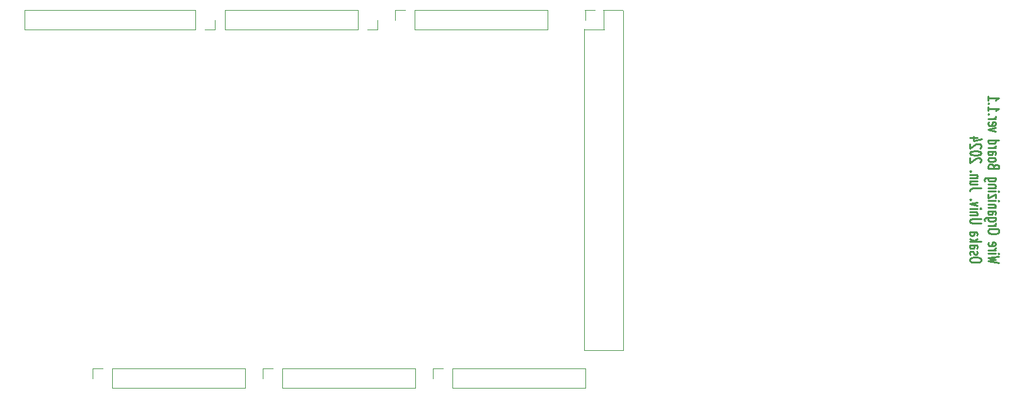
<source format=gbr>
%TF.GenerationSoftware,KiCad,Pcbnew,8.0.1*%
%TF.CreationDate,2024-06-20T14:59:11+09:00*%
%TF.ProjectId,CoolingBoxWireOrganizer,436f6f6c-696e-4674-926f-78576972654f,rev?*%
%TF.SameCoordinates,Original*%
%TF.FileFunction,Legend,Bot*%
%TF.FilePolarity,Positive*%
%FSLAX46Y46*%
G04 Gerber Fmt 4.6, Leading zero omitted, Abs format (unit mm)*
G04 Created by KiCad (PCBNEW 8.0.1) date 2024-06-20 14:59:11*
%MOMM*%
%LPD*%
G01*
G04 APERTURE LIST*
%ADD10C,0.250000*%
%ADD11C,0.120000*%
G04 APERTURE END LIST*
D10*
X261681487Y-135242669D02*
X260181487Y-135004574D01*
X260181487Y-135004574D02*
X261252916Y-134814098D01*
X261252916Y-134814098D02*
X260181487Y-134623622D01*
X260181487Y-134623622D02*
X261681487Y-134385527D01*
X260181487Y-134004574D02*
X261181487Y-134004574D01*
X261681487Y-134004574D02*
X261610058Y-134052193D01*
X261610058Y-134052193D02*
X261538630Y-134004574D01*
X261538630Y-134004574D02*
X261610058Y-133956955D01*
X261610058Y-133956955D02*
X261681487Y-134004574D01*
X261681487Y-134004574D02*
X261538630Y-134004574D01*
X260181487Y-133528384D02*
X261181487Y-133528384D01*
X260895773Y-133528384D02*
X261038630Y-133480765D01*
X261038630Y-133480765D02*
X261110058Y-133433146D01*
X261110058Y-133433146D02*
X261181487Y-133337908D01*
X261181487Y-133337908D02*
X261181487Y-133242670D01*
X260252916Y-132528384D02*
X260181487Y-132623622D01*
X260181487Y-132623622D02*
X260181487Y-132814098D01*
X260181487Y-132814098D02*
X260252916Y-132909336D01*
X260252916Y-132909336D02*
X260395773Y-132956955D01*
X260395773Y-132956955D02*
X260967201Y-132956955D01*
X260967201Y-132956955D02*
X261110058Y-132909336D01*
X261110058Y-132909336D02*
X261181487Y-132814098D01*
X261181487Y-132814098D02*
X261181487Y-132623622D01*
X261181487Y-132623622D02*
X261110058Y-132528384D01*
X261110058Y-132528384D02*
X260967201Y-132480765D01*
X260967201Y-132480765D02*
X260824344Y-132480765D01*
X260824344Y-132480765D02*
X260681487Y-132956955D01*
X261681487Y-131099812D02*
X261681487Y-130909336D01*
X261681487Y-130909336D02*
X261610058Y-130814098D01*
X261610058Y-130814098D02*
X261467201Y-130718860D01*
X261467201Y-130718860D02*
X261181487Y-130671241D01*
X261181487Y-130671241D02*
X260681487Y-130671241D01*
X260681487Y-130671241D02*
X260395773Y-130718860D01*
X260395773Y-130718860D02*
X260252916Y-130814098D01*
X260252916Y-130814098D02*
X260181487Y-130909336D01*
X260181487Y-130909336D02*
X260181487Y-131099812D01*
X260181487Y-131099812D02*
X260252916Y-131195050D01*
X260252916Y-131195050D02*
X260395773Y-131290288D01*
X260395773Y-131290288D02*
X260681487Y-131337907D01*
X260681487Y-131337907D02*
X261181487Y-131337907D01*
X261181487Y-131337907D02*
X261467201Y-131290288D01*
X261467201Y-131290288D02*
X261610058Y-131195050D01*
X261610058Y-131195050D02*
X261681487Y-131099812D01*
X260181487Y-130242669D02*
X261181487Y-130242669D01*
X260895773Y-130242669D02*
X261038630Y-130195050D01*
X261038630Y-130195050D02*
X261110058Y-130147431D01*
X261110058Y-130147431D02*
X261181487Y-130052193D01*
X261181487Y-130052193D02*
X261181487Y-129956955D01*
X261181487Y-129195050D02*
X259967201Y-129195050D01*
X259967201Y-129195050D02*
X259824344Y-129242669D01*
X259824344Y-129242669D02*
X259752916Y-129290288D01*
X259752916Y-129290288D02*
X259681487Y-129385526D01*
X259681487Y-129385526D02*
X259681487Y-129528383D01*
X259681487Y-129528383D02*
X259752916Y-129623621D01*
X260252916Y-129195050D02*
X260181487Y-129290288D01*
X260181487Y-129290288D02*
X260181487Y-129480764D01*
X260181487Y-129480764D02*
X260252916Y-129576002D01*
X260252916Y-129576002D02*
X260324344Y-129623621D01*
X260324344Y-129623621D02*
X260467201Y-129671240D01*
X260467201Y-129671240D02*
X260895773Y-129671240D01*
X260895773Y-129671240D02*
X261038630Y-129623621D01*
X261038630Y-129623621D02*
X261110058Y-129576002D01*
X261110058Y-129576002D02*
X261181487Y-129480764D01*
X261181487Y-129480764D02*
X261181487Y-129290288D01*
X261181487Y-129290288D02*
X261110058Y-129195050D01*
X260181487Y-128290288D02*
X260967201Y-128290288D01*
X260967201Y-128290288D02*
X261110058Y-128337907D01*
X261110058Y-128337907D02*
X261181487Y-128433145D01*
X261181487Y-128433145D02*
X261181487Y-128623621D01*
X261181487Y-128623621D02*
X261110058Y-128718859D01*
X260252916Y-128290288D02*
X260181487Y-128385526D01*
X260181487Y-128385526D02*
X260181487Y-128623621D01*
X260181487Y-128623621D02*
X260252916Y-128718859D01*
X260252916Y-128718859D02*
X260395773Y-128766478D01*
X260395773Y-128766478D02*
X260538630Y-128766478D01*
X260538630Y-128766478D02*
X260681487Y-128718859D01*
X260681487Y-128718859D02*
X260752916Y-128623621D01*
X260752916Y-128623621D02*
X260752916Y-128385526D01*
X260752916Y-128385526D02*
X260824344Y-128290288D01*
X261181487Y-127814097D02*
X260181487Y-127814097D01*
X261038630Y-127814097D02*
X261110058Y-127766478D01*
X261110058Y-127766478D02*
X261181487Y-127671240D01*
X261181487Y-127671240D02*
X261181487Y-127528383D01*
X261181487Y-127528383D02*
X261110058Y-127433145D01*
X261110058Y-127433145D02*
X260967201Y-127385526D01*
X260967201Y-127385526D02*
X260181487Y-127385526D01*
X260181487Y-126909335D02*
X261181487Y-126909335D01*
X261681487Y-126909335D02*
X261610058Y-126956954D01*
X261610058Y-126956954D02*
X261538630Y-126909335D01*
X261538630Y-126909335D02*
X261610058Y-126861716D01*
X261610058Y-126861716D02*
X261681487Y-126909335D01*
X261681487Y-126909335D02*
X261538630Y-126909335D01*
X261181487Y-126528383D02*
X261181487Y-126004574D01*
X261181487Y-126004574D02*
X260181487Y-126528383D01*
X260181487Y-126528383D02*
X260181487Y-126004574D01*
X260181487Y-125623621D02*
X261181487Y-125623621D01*
X261681487Y-125623621D02*
X261610058Y-125671240D01*
X261610058Y-125671240D02*
X261538630Y-125623621D01*
X261538630Y-125623621D02*
X261610058Y-125576002D01*
X261610058Y-125576002D02*
X261681487Y-125623621D01*
X261681487Y-125623621D02*
X261538630Y-125623621D01*
X261181487Y-125147431D02*
X260181487Y-125147431D01*
X261038630Y-125147431D02*
X261110058Y-125099812D01*
X261110058Y-125099812D02*
X261181487Y-125004574D01*
X261181487Y-125004574D02*
X261181487Y-124861717D01*
X261181487Y-124861717D02*
X261110058Y-124766479D01*
X261110058Y-124766479D02*
X260967201Y-124718860D01*
X260967201Y-124718860D02*
X260181487Y-124718860D01*
X261181487Y-123814098D02*
X259967201Y-123814098D01*
X259967201Y-123814098D02*
X259824344Y-123861717D01*
X259824344Y-123861717D02*
X259752916Y-123909336D01*
X259752916Y-123909336D02*
X259681487Y-124004574D01*
X259681487Y-124004574D02*
X259681487Y-124147431D01*
X259681487Y-124147431D02*
X259752916Y-124242669D01*
X260252916Y-123814098D02*
X260181487Y-123909336D01*
X260181487Y-123909336D02*
X260181487Y-124099812D01*
X260181487Y-124099812D02*
X260252916Y-124195050D01*
X260252916Y-124195050D02*
X260324344Y-124242669D01*
X260324344Y-124242669D02*
X260467201Y-124290288D01*
X260467201Y-124290288D02*
X260895773Y-124290288D01*
X260895773Y-124290288D02*
X261038630Y-124242669D01*
X261038630Y-124242669D02*
X261110058Y-124195050D01*
X261110058Y-124195050D02*
X261181487Y-124099812D01*
X261181487Y-124099812D02*
X261181487Y-123909336D01*
X261181487Y-123909336D02*
X261110058Y-123814098D01*
X260967201Y-122242669D02*
X260895773Y-122099812D01*
X260895773Y-122099812D02*
X260824344Y-122052193D01*
X260824344Y-122052193D02*
X260681487Y-122004574D01*
X260681487Y-122004574D02*
X260467201Y-122004574D01*
X260467201Y-122004574D02*
X260324344Y-122052193D01*
X260324344Y-122052193D02*
X260252916Y-122099812D01*
X260252916Y-122099812D02*
X260181487Y-122195050D01*
X260181487Y-122195050D02*
X260181487Y-122576002D01*
X260181487Y-122576002D02*
X261681487Y-122576002D01*
X261681487Y-122576002D02*
X261681487Y-122242669D01*
X261681487Y-122242669D02*
X261610058Y-122147431D01*
X261610058Y-122147431D02*
X261538630Y-122099812D01*
X261538630Y-122099812D02*
X261395773Y-122052193D01*
X261395773Y-122052193D02*
X261252916Y-122052193D01*
X261252916Y-122052193D02*
X261110058Y-122099812D01*
X261110058Y-122099812D02*
X261038630Y-122147431D01*
X261038630Y-122147431D02*
X260967201Y-122242669D01*
X260967201Y-122242669D02*
X260967201Y-122576002D01*
X260181487Y-121433145D02*
X260252916Y-121528383D01*
X260252916Y-121528383D02*
X260324344Y-121576002D01*
X260324344Y-121576002D02*
X260467201Y-121623621D01*
X260467201Y-121623621D02*
X260895773Y-121623621D01*
X260895773Y-121623621D02*
X261038630Y-121576002D01*
X261038630Y-121576002D02*
X261110058Y-121528383D01*
X261110058Y-121528383D02*
X261181487Y-121433145D01*
X261181487Y-121433145D02*
X261181487Y-121290288D01*
X261181487Y-121290288D02*
X261110058Y-121195050D01*
X261110058Y-121195050D02*
X261038630Y-121147431D01*
X261038630Y-121147431D02*
X260895773Y-121099812D01*
X260895773Y-121099812D02*
X260467201Y-121099812D01*
X260467201Y-121099812D02*
X260324344Y-121147431D01*
X260324344Y-121147431D02*
X260252916Y-121195050D01*
X260252916Y-121195050D02*
X260181487Y-121290288D01*
X260181487Y-121290288D02*
X260181487Y-121433145D01*
X260181487Y-120242669D02*
X260967201Y-120242669D01*
X260967201Y-120242669D02*
X261110058Y-120290288D01*
X261110058Y-120290288D02*
X261181487Y-120385526D01*
X261181487Y-120385526D02*
X261181487Y-120576002D01*
X261181487Y-120576002D02*
X261110058Y-120671240D01*
X260252916Y-120242669D02*
X260181487Y-120337907D01*
X260181487Y-120337907D02*
X260181487Y-120576002D01*
X260181487Y-120576002D02*
X260252916Y-120671240D01*
X260252916Y-120671240D02*
X260395773Y-120718859D01*
X260395773Y-120718859D02*
X260538630Y-120718859D01*
X260538630Y-120718859D02*
X260681487Y-120671240D01*
X260681487Y-120671240D02*
X260752916Y-120576002D01*
X260752916Y-120576002D02*
X260752916Y-120337907D01*
X260752916Y-120337907D02*
X260824344Y-120242669D01*
X260181487Y-119766478D02*
X261181487Y-119766478D01*
X260895773Y-119766478D02*
X261038630Y-119718859D01*
X261038630Y-119718859D02*
X261110058Y-119671240D01*
X261110058Y-119671240D02*
X261181487Y-119576002D01*
X261181487Y-119576002D02*
X261181487Y-119480764D01*
X260181487Y-118718859D02*
X261681487Y-118718859D01*
X260252916Y-118718859D02*
X260181487Y-118814097D01*
X260181487Y-118814097D02*
X260181487Y-119004573D01*
X260181487Y-119004573D02*
X260252916Y-119099811D01*
X260252916Y-119099811D02*
X260324344Y-119147430D01*
X260324344Y-119147430D02*
X260467201Y-119195049D01*
X260467201Y-119195049D02*
X260895773Y-119195049D01*
X260895773Y-119195049D02*
X261038630Y-119147430D01*
X261038630Y-119147430D02*
X261110058Y-119099811D01*
X261110058Y-119099811D02*
X261181487Y-119004573D01*
X261181487Y-119004573D02*
X261181487Y-118814097D01*
X261181487Y-118814097D02*
X261110058Y-118718859D01*
X261181487Y-117576001D02*
X260181487Y-117337906D01*
X260181487Y-117337906D02*
X261181487Y-117099811D01*
X260252916Y-116337906D02*
X260181487Y-116433144D01*
X260181487Y-116433144D02*
X260181487Y-116623620D01*
X260181487Y-116623620D02*
X260252916Y-116718858D01*
X260252916Y-116718858D02*
X260395773Y-116766477D01*
X260395773Y-116766477D02*
X260967201Y-116766477D01*
X260967201Y-116766477D02*
X261110058Y-116718858D01*
X261110058Y-116718858D02*
X261181487Y-116623620D01*
X261181487Y-116623620D02*
X261181487Y-116433144D01*
X261181487Y-116433144D02*
X261110058Y-116337906D01*
X261110058Y-116337906D02*
X260967201Y-116290287D01*
X260967201Y-116290287D02*
X260824344Y-116290287D01*
X260824344Y-116290287D02*
X260681487Y-116766477D01*
X260181487Y-115861715D02*
X261181487Y-115861715D01*
X260895773Y-115861715D02*
X261038630Y-115814096D01*
X261038630Y-115814096D02*
X261110058Y-115766477D01*
X261110058Y-115766477D02*
X261181487Y-115671239D01*
X261181487Y-115671239D02*
X261181487Y-115576001D01*
X260324344Y-115242667D02*
X260252916Y-115195048D01*
X260252916Y-115195048D02*
X260181487Y-115242667D01*
X260181487Y-115242667D02*
X260252916Y-115290286D01*
X260252916Y-115290286D02*
X260324344Y-115242667D01*
X260324344Y-115242667D02*
X260181487Y-115242667D01*
X260181487Y-114242668D02*
X260181487Y-114814096D01*
X260181487Y-114528382D02*
X261681487Y-114528382D01*
X261681487Y-114528382D02*
X261467201Y-114623620D01*
X261467201Y-114623620D02*
X261324344Y-114718858D01*
X261324344Y-114718858D02*
X261252916Y-114814096D01*
X260324344Y-113814096D02*
X260252916Y-113766477D01*
X260252916Y-113766477D02*
X260181487Y-113814096D01*
X260181487Y-113814096D02*
X260252916Y-113861715D01*
X260252916Y-113861715D02*
X260324344Y-113814096D01*
X260324344Y-113814096D02*
X260181487Y-113814096D01*
X260181487Y-112814097D02*
X260181487Y-113385525D01*
X260181487Y-113099811D02*
X261681487Y-113099811D01*
X261681487Y-113099811D02*
X261467201Y-113195049D01*
X261467201Y-113195049D02*
X261324344Y-113290287D01*
X261324344Y-113290287D02*
X261252916Y-113385525D01*
X259266571Y-134956955D02*
X259266571Y-134766479D01*
X259266571Y-134766479D02*
X259195142Y-134671241D01*
X259195142Y-134671241D02*
X259052285Y-134576003D01*
X259052285Y-134576003D02*
X258766571Y-134528384D01*
X258766571Y-134528384D02*
X258266571Y-134528384D01*
X258266571Y-134528384D02*
X257980857Y-134576003D01*
X257980857Y-134576003D02*
X257838000Y-134671241D01*
X257838000Y-134671241D02*
X257766571Y-134766479D01*
X257766571Y-134766479D02*
X257766571Y-134956955D01*
X257766571Y-134956955D02*
X257838000Y-135052193D01*
X257838000Y-135052193D02*
X257980857Y-135147431D01*
X257980857Y-135147431D02*
X258266571Y-135195050D01*
X258266571Y-135195050D02*
X258766571Y-135195050D01*
X258766571Y-135195050D02*
X259052285Y-135147431D01*
X259052285Y-135147431D02*
X259195142Y-135052193D01*
X259195142Y-135052193D02*
X259266571Y-134956955D01*
X257838000Y-134147431D02*
X257766571Y-134052193D01*
X257766571Y-134052193D02*
X257766571Y-133861717D01*
X257766571Y-133861717D02*
X257838000Y-133766479D01*
X257838000Y-133766479D02*
X257980857Y-133718860D01*
X257980857Y-133718860D02*
X258052285Y-133718860D01*
X258052285Y-133718860D02*
X258195142Y-133766479D01*
X258195142Y-133766479D02*
X258266571Y-133861717D01*
X258266571Y-133861717D02*
X258266571Y-134004574D01*
X258266571Y-134004574D02*
X258338000Y-134099812D01*
X258338000Y-134099812D02*
X258480857Y-134147431D01*
X258480857Y-134147431D02*
X258552285Y-134147431D01*
X258552285Y-134147431D02*
X258695142Y-134099812D01*
X258695142Y-134099812D02*
X258766571Y-134004574D01*
X258766571Y-134004574D02*
X258766571Y-133861717D01*
X258766571Y-133861717D02*
X258695142Y-133766479D01*
X257766571Y-132861717D02*
X258552285Y-132861717D01*
X258552285Y-132861717D02*
X258695142Y-132909336D01*
X258695142Y-132909336D02*
X258766571Y-133004574D01*
X258766571Y-133004574D02*
X258766571Y-133195050D01*
X258766571Y-133195050D02*
X258695142Y-133290288D01*
X257838000Y-132861717D02*
X257766571Y-132956955D01*
X257766571Y-132956955D02*
X257766571Y-133195050D01*
X257766571Y-133195050D02*
X257838000Y-133290288D01*
X257838000Y-133290288D02*
X257980857Y-133337907D01*
X257980857Y-133337907D02*
X258123714Y-133337907D01*
X258123714Y-133337907D02*
X258266571Y-133290288D01*
X258266571Y-133290288D02*
X258338000Y-133195050D01*
X258338000Y-133195050D02*
X258338000Y-132956955D01*
X258338000Y-132956955D02*
X258409428Y-132861717D01*
X257766571Y-132385526D02*
X259266571Y-132385526D01*
X258338000Y-132290288D02*
X257766571Y-132004574D01*
X258766571Y-132004574D02*
X258195142Y-132385526D01*
X257766571Y-131147431D02*
X258552285Y-131147431D01*
X258552285Y-131147431D02*
X258695142Y-131195050D01*
X258695142Y-131195050D02*
X258766571Y-131290288D01*
X258766571Y-131290288D02*
X258766571Y-131480764D01*
X258766571Y-131480764D02*
X258695142Y-131576002D01*
X257838000Y-131147431D02*
X257766571Y-131242669D01*
X257766571Y-131242669D02*
X257766571Y-131480764D01*
X257766571Y-131480764D02*
X257838000Y-131576002D01*
X257838000Y-131576002D02*
X257980857Y-131623621D01*
X257980857Y-131623621D02*
X258123714Y-131623621D01*
X258123714Y-131623621D02*
X258266571Y-131576002D01*
X258266571Y-131576002D02*
X258338000Y-131480764D01*
X258338000Y-131480764D02*
X258338000Y-131242669D01*
X258338000Y-131242669D02*
X258409428Y-131147431D01*
X259266571Y-129909335D02*
X258052285Y-129909335D01*
X258052285Y-129909335D02*
X257909428Y-129861716D01*
X257909428Y-129861716D02*
X257838000Y-129814097D01*
X257838000Y-129814097D02*
X257766571Y-129718859D01*
X257766571Y-129718859D02*
X257766571Y-129528383D01*
X257766571Y-129528383D02*
X257838000Y-129433145D01*
X257838000Y-129433145D02*
X257909428Y-129385526D01*
X257909428Y-129385526D02*
X258052285Y-129337907D01*
X258052285Y-129337907D02*
X259266571Y-129337907D01*
X258766571Y-128861716D02*
X257766571Y-128861716D01*
X258623714Y-128861716D02*
X258695142Y-128814097D01*
X258695142Y-128814097D02*
X258766571Y-128718859D01*
X258766571Y-128718859D02*
X258766571Y-128576002D01*
X258766571Y-128576002D02*
X258695142Y-128480764D01*
X258695142Y-128480764D02*
X258552285Y-128433145D01*
X258552285Y-128433145D02*
X257766571Y-128433145D01*
X257766571Y-127956954D02*
X258766571Y-127956954D01*
X259266571Y-127956954D02*
X259195142Y-128004573D01*
X259195142Y-128004573D02*
X259123714Y-127956954D01*
X259123714Y-127956954D02*
X259195142Y-127909335D01*
X259195142Y-127909335D02*
X259266571Y-127956954D01*
X259266571Y-127956954D02*
X259123714Y-127956954D01*
X258766571Y-127576002D02*
X257766571Y-127337907D01*
X257766571Y-127337907D02*
X258766571Y-127099812D01*
X257909428Y-126718859D02*
X257838000Y-126671240D01*
X257838000Y-126671240D02*
X257766571Y-126718859D01*
X257766571Y-126718859D02*
X257838000Y-126766478D01*
X257838000Y-126766478D02*
X257909428Y-126718859D01*
X257909428Y-126718859D02*
X257766571Y-126718859D01*
X259266571Y-125195050D02*
X258195142Y-125195050D01*
X258195142Y-125195050D02*
X257980857Y-125242669D01*
X257980857Y-125242669D02*
X257838000Y-125337907D01*
X257838000Y-125337907D02*
X257766571Y-125480764D01*
X257766571Y-125480764D02*
X257766571Y-125576002D01*
X258766571Y-124290288D02*
X257766571Y-124290288D01*
X258766571Y-124718859D02*
X257980857Y-124718859D01*
X257980857Y-124718859D02*
X257838000Y-124671240D01*
X257838000Y-124671240D02*
X257766571Y-124576002D01*
X257766571Y-124576002D02*
X257766571Y-124433145D01*
X257766571Y-124433145D02*
X257838000Y-124337907D01*
X257838000Y-124337907D02*
X257909428Y-124290288D01*
X258766571Y-123814097D02*
X257766571Y-123814097D01*
X258623714Y-123814097D02*
X258695142Y-123766478D01*
X258695142Y-123766478D02*
X258766571Y-123671240D01*
X258766571Y-123671240D02*
X258766571Y-123528383D01*
X258766571Y-123528383D02*
X258695142Y-123433145D01*
X258695142Y-123433145D02*
X258552285Y-123385526D01*
X258552285Y-123385526D02*
X257766571Y-123385526D01*
X257909428Y-122909335D02*
X257838000Y-122861716D01*
X257838000Y-122861716D02*
X257766571Y-122909335D01*
X257766571Y-122909335D02*
X257838000Y-122956954D01*
X257838000Y-122956954D02*
X257909428Y-122909335D01*
X257909428Y-122909335D02*
X257766571Y-122909335D01*
X259123714Y-121718859D02*
X259195142Y-121671240D01*
X259195142Y-121671240D02*
X259266571Y-121576002D01*
X259266571Y-121576002D02*
X259266571Y-121337907D01*
X259266571Y-121337907D02*
X259195142Y-121242669D01*
X259195142Y-121242669D02*
X259123714Y-121195050D01*
X259123714Y-121195050D02*
X258980857Y-121147431D01*
X258980857Y-121147431D02*
X258838000Y-121147431D01*
X258838000Y-121147431D02*
X258623714Y-121195050D01*
X258623714Y-121195050D02*
X257766571Y-121766478D01*
X257766571Y-121766478D02*
X257766571Y-121147431D01*
X259266571Y-120528383D02*
X259266571Y-120433145D01*
X259266571Y-120433145D02*
X259195142Y-120337907D01*
X259195142Y-120337907D02*
X259123714Y-120290288D01*
X259123714Y-120290288D02*
X258980857Y-120242669D01*
X258980857Y-120242669D02*
X258695142Y-120195050D01*
X258695142Y-120195050D02*
X258338000Y-120195050D01*
X258338000Y-120195050D02*
X258052285Y-120242669D01*
X258052285Y-120242669D02*
X257909428Y-120290288D01*
X257909428Y-120290288D02*
X257838000Y-120337907D01*
X257838000Y-120337907D02*
X257766571Y-120433145D01*
X257766571Y-120433145D02*
X257766571Y-120528383D01*
X257766571Y-120528383D02*
X257838000Y-120623621D01*
X257838000Y-120623621D02*
X257909428Y-120671240D01*
X257909428Y-120671240D02*
X258052285Y-120718859D01*
X258052285Y-120718859D02*
X258338000Y-120766478D01*
X258338000Y-120766478D02*
X258695142Y-120766478D01*
X258695142Y-120766478D02*
X258980857Y-120718859D01*
X258980857Y-120718859D02*
X259123714Y-120671240D01*
X259123714Y-120671240D02*
X259195142Y-120623621D01*
X259195142Y-120623621D02*
X259266571Y-120528383D01*
X259123714Y-119814097D02*
X259195142Y-119766478D01*
X259195142Y-119766478D02*
X259266571Y-119671240D01*
X259266571Y-119671240D02*
X259266571Y-119433145D01*
X259266571Y-119433145D02*
X259195142Y-119337907D01*
X259195142Y-119337907D02*
X259123714Y-119290288D01*
X259123714Y-119290288D02*
X258980857Y-119242669D01*
X258980857Y-119242669D02*
X258838000Y-119242669D01*
X258838000Y-119242669D02*
X258623714Y-119290288D01*
X258623714Y-119290288D02*
X257766571Y-119861716D01*
X257766571Y-119861716D02*
X257766571Y-119242669D01*
X258766571Y-118385526D02*
X257766571Y-118385526D01*
X259338000Y-118623621D02*
X258266571Y-118861716D01*
X258266571Y-118861716D02*
X258266571Y-118242669D01*
D11*
%TO.C,J15*%
X205966000Y-147050000D02*
X205966000Y-103750000D01*
X205966000Y-147050000D02*
X211166000Y-147050000D01*
X206026000Y-101210000D02*
X207356000Y-101210000D01*
X206026000Y-103810000D02*
X208626000Y-103810000D01*
X206086000Y-101210000D02*
X206086000Y-102540000D01*
X208506000Y-101210000D02*
X211106000Y-101210000D01*
X208566000Y-101210000D02*
X208566000Y-103810000D01*
X211166000Y-147050000D02*
X211166000Y-101270000D01*
%TO.C,J10*%
X185646000Y-149470000D02*
X186976000Y-149470000D01*
X185646000Y-150800000D02*
X185646000Y-149470000D01*
X188246000Y-152130000D02*
X188246000Y-149470000D01*
X206086000Y-149470000D02*
X188246000Y-149470000D01*
X206086000Y-152130000D02*
X188246000Y-152130000D01*
X206086000Y-152130000D02*
X206086000Y-149470000D01*
%TO.C,J6*%
X139926000Y-149470000D02*
X141256000Y-149470000D01*
X139926000Y-150800000D02*
X139926000Y-149470000D01*
X142526000Y-152130000D02*
X142526000Y-149470000D01*
X160366000Y-149470000D02*
X142526000Y-149470000D01*
X160366000Y-152130000D02*
X142526000Y-152130000D01*
X160366000Y-152130000D02*
X160366000Y-149470000D01*
%TO.C,J5*%
X130782000Y-101210000D02*
X130782000Y-103870000D01*
X130782000Y-101210000D02*
X153702000Y-101210000D01*
X130782000Y-103870000D02*
X153702000Y-103870000D01*
X153702000Y-101210000D02*
X153702000Y-103870000D01*
X156302000Y-102540000D02*
X156302000Y-103870000D01*
X156302000Y-103870000D02*
X154972000Y-103870000D01*
%TO.C,J7*%
X162786000Y-149470000D02*
X164116000Y-149470000D01*
X162786000Y-150800000D02*
X162786000Y-149470000D01*
X165386000Y-152130000D02*
X165386000Y-149470000D01*
X183226000Y-149470000D02*
X165386000Y-149470000D01*
X183226000Y-152130000D02*
X165386000Y-152130000D01*
X183226000Y-152130000D02*
X183226000Y-149470000D01*
%TO.C,J13*%
X180566000Y-101210000D02*
X181896000Y-101210000D01*
X180566000Y-102540000D02*
X180566000Y-101210000D01*
X183166000Y-103870000D02*
X183166000Y-101210000D01*
X201006000Y-101210000D02*
X183166000Y-101210000D01*
X201006000Y-103870000D02*
X183166000Y-103870000D01*
X201006000Y-103870000D02*
X201006000Y-101210000D01*
%TO.C,J8*%
X157706000Y-101210000D02*
X157706000Y-103870000D01*
X157706000Y-101210000D02*
X175546000Y-101210000D01*
X157706000Y-103870000D02*
X175546000Y-103870000D01*
X175546000Y-101210000D02*
X175546000Y-103870000D01*
X178146000Y-102540000D02*
X178146000Y-103870000D01*
X178146000Y-103870000D02*
X176816000Y-103870000D01*
%TD*%
M02*

</source>
